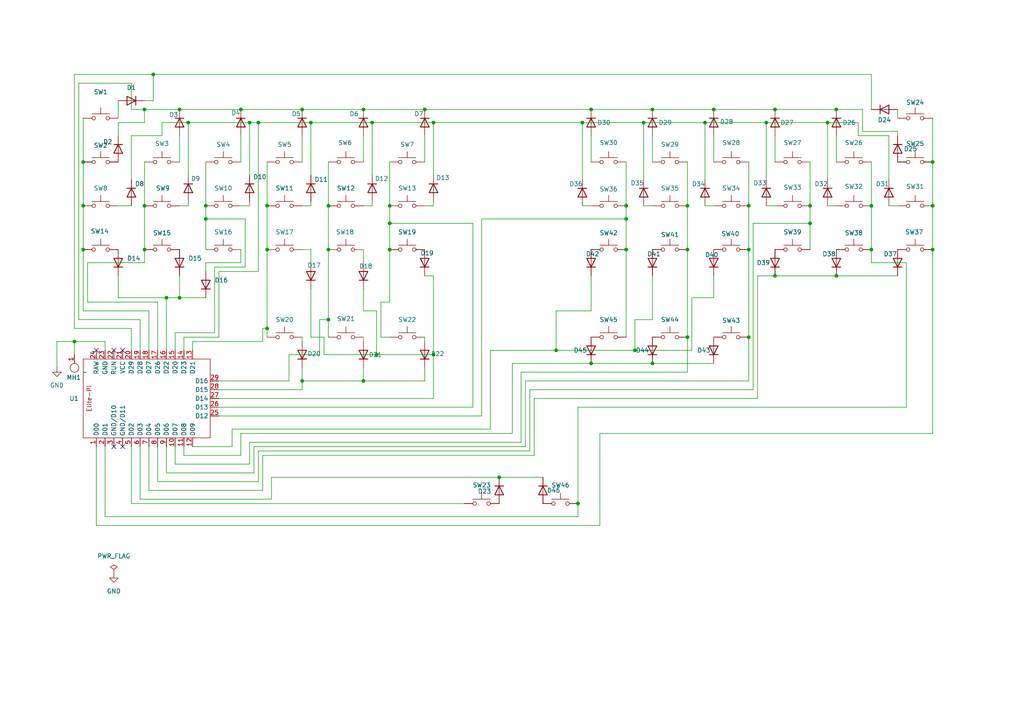
<source format=kicad_sch>
(kicad_sch (version 20231120) (generator "eeschema") (generator_version "8.0")
  (paper "A4")
  (lib_symbols
    (symbol "monolith:Diode" (pin_numbers hide) (pin_names hide)
      (property "Reference" "D" (at 0 2.54 0))
      (property "Value" "Diode" (at 0 -2.54 0))
      (symbol "Diode_0_1"
        (polyline (pts (xy -1.27 1.27) (xy -1.27 -1.27)) (stroke (width 0.254)))
        (polyline (pts (xy 1.27 0) (xy -1.27 0)))
        (polyline (pts (xy 1.27 1.27) (xy 1.27 -1.27) (xy -1.27 0) (xy 1.27 1.27)) (stroke (width 0.254)))
      )
      (symbol "Diode_1_1"
        (pin passive line (at -3.81 0 0) (length 2.54) (name "K") (number "1"))
        (pin passive line (at 3.81 0 180) (length 2.54) (name "A") (number "2"))
      )
    )
    (symbol "monolith:Elite-Pi"
      (property "Reference" "U" (at 0 0 0))
      (symbol "Elite-Pi_1_1"
        (text_box "Elite-Pi" (at -11.43 -2.54 0) (size 22.86 -36.83) (effects (font (size 1.27 1.27)) (justify top)))
        (pin bidirectional line (at -13.97 -6.35 0) (length 2.54) (name "D00") (number "1"))
        (pin bidirectional line (at -13.97 -29.21 0) (length 2.54) (name "D07") (number "10"))
        (pin bidirectional line (at -13.97 -31.75 0) (length 2.54) (name "D08") (number "11"))
        (pin bidirectional line (at -13.97 -34.29 0) (length 2.54) (name "D09") (number "12"))
        (pin bidirectional line (at 13.97 -34.29 180) (length 2.54) (name "D21") (number "13"))
        (pin bidirectional line (at 13.97 -31.75 180) (length 2.54) (name "D23") (number "14"))
        (pin bidirectional line (at 13.97 -29.21 180) (length 2.54) (name "D20") (number "15"))
        (pin bidirectional line (at 13.97 -26.67 180) (length 2.54) (name "D22") (number "16"))
        (pin bidirectional line (at 13.97 -24.13 180) (length 2.54) (name "D26") (number "17"))
        (pin bidirectional line (at 13.97 -21.59 180) (length 2.54) (name "D27") (number "18"))
        (pin bidirectional line (at 13.97 -19.05 180) (length 2.54) (name "D28") (number "19"))
        (pin bidirectional line (at -13.97 -8.89 0) (length 2.54) (name "D01") (number "2"))
        (pin bidirectional line (at 13.97 -16.51 180) (length 2.54) (name "D29") (number "20"))
        (pin power_out line (at 13.97 -13.97 180) (length 2.54) (name "VCC") (number "21"))
        (pin power_in line (at 13.97 -11.43 180) (length 2.54) (name "RUN") (number "22"))
        (pin power_in line (at 13.97 -8.89 180) (length 2.54) (name "GND") (number "23"))
        (pin bidirectional line (at 13.97 -6.35 180) (length 2.54) (name "RAW") (number "24"))
        (pin bidirectional line (at -5.08 -41.91 90) (length 2.54) (name "D12") (number "25"))
        (pin bidirectional line (at -2.54 -41.91 90) (length 2.54) (name "D13") (number "26"))
        (pin bidirectional line (at 0 -41.91 90) (length 2.54) (name "D14") (number "27"))
        (pin bidirectional line (at 2.54 -41.91 90) (length 2.54) (name "D15") (number "28"))
        (pin bidirectional line (at 5.08 -41.91 90) (length 2.54) (name "D16") (number "29"))
        (pin bidirectional line (at -13.97 -11.43 0) (length 2.54) (name "GND/D10") (number "3"))
        (pin bidirectional line (at -13.97 -13.97 0) (length 2.54) (name "GND/D11") (number "4"))
        (pin bidirectional line (at -13.97 -16.51 0) (length 2.54) (name "D02") (number "5"))
        (pin bidirectional line (at -13.97 -19.05 0) (length 2.54) (name "D03") (number "6"))
        (pin bidirectional line (at -13.97 -21.59 0) (length 2.54) (name "D04") (number "7"))
        (pin bidirectional line (at -13.97 -24.13 0) (length 2.54) (name "D05") (number "8"))
        (pin bidirectional line (at -13.97 -26.67 0) (length 2.54) (name "D06") (number "9"))
      )
    )
    (symbol "monolith:MX-ULP" (pin_numbers hide) (pin_names (offset 1.016) hide)
      (property "Reference" "SW" (at 1.27 2.54 0))
      (property "Value" "MX-ULP" (at 0 -1.524 0))
      (symbol "MX-ULP_0_1"
        (circle (center -2.032 0) (radius 0.508))
        (polyline (pts (xy 0 1.27) (xy 0 3.048)))
        (polyline (pts (xy 2.54 1.27) (xy -2.54 1.27)))
        (circle (center 2.032 0) (radius 0.508))
        (pin passive line (at -5.08 0 0) (length 2.54) (name "1") (number "1"))
        (pin passive line (at 5.08 0 180) (length 2.54) (name "2") (number "2"))
      )
    )
    (symbol "monolith:MountHole"
      (property "Reference" "MH" (at 0 0 0))
      (symbol "MountHole_0_1"
        (circle (center 0 0) (radius 1.27))
      )
      (symbol "MountHole_1_1"
        (pin power_in line (at 0 3.81 270) (length 2.54) (name "") (number "1"))
      )
    )
    (symbol "power:GND" (power) (pin_numbers hide) (pin_names (offset 0) hide)
      (property "Value" "GND" (at 0 -3.81 0))
      (symbol "GND_0_1"
        (polyline (pts (xy 0 0) (xy 0 -1.27) (xy 1.27 -1.27) (xy 0 -2.54) (xy -1.27 -1.27) (xy 0 -1.27)))
      )
      (symbol "GND_1_1"
        (pin power_in line (at 0 0 270) (length 0) (name "~") (number "1"))
      )
    )
    (symbol "power:PWR_FLAG" (power) (pin_numbers hide) (pin_names (offset 0) hide)
      (property "Value" "PWR_FLAG" (at 0 3.81 0))
      (symbol "PWR_FLAG_0_0"
        (pin power_out line (at 0 0 90) (length 0) (name "~") (number "1"))
      )
      (symbol "PWR_FLAG_0_1"
        (polyline (pts (xy 0 0) (xy 0 1.27) (xy -1.016 1.905) (xy 0 2.54) (xy 1.016 1.905) (xy 0 1.27)))
      )
    )
  )
  (junction (at 77.47 72.39))
  (junction (at 144.78 138.43))
  (junction (at 242.57 31.75))
  (junction (at 123.19 31.75))
  (junction (at 77.47 59.69))
  (junction (at 204.47 35.56))
  (junction (at 54.61 35.56))
  (junction (at 199.39 72.39))
  (junction (at 59.69 63.5))
  (junction (at 41.91 31.75))
  (junction (at 113.03 59.69))
  (junction (at 95.25 72.39))
  (junction (at 87.63 110.49))
  (junction (at 224.79 80.01))
  (junction (at 240.03 35.56))
  (junction (at 217.17 97.79))
  (junction (at 252.73 72.39))
  (junction (at 105.41 31.75))
  (junction (at 69.85 31.75))
  (junction (at 41.91 72.39))
  (junction (at 167.64 146.05))
  (junction (at 234.95 64.77))
  (junction (at 270.51 72.39))
  (junction (at 95.25 92.71))
  (junction (at 109.22 102.87))
  (junction (at 207.01 31.75))
  (junction (at 168.91 35.56))
  (junction (at 217.17 72.39))
  (junction (at 24.13 72.39))
  (junction (at 125.73 35.56))
  (junction (at 113.03 72.39))
  (junction (at 52.07 86.36))
  (junction (at 48.26 86.36))
  (junction (at 95.25 59.69))
  (junction (at 105.41 110.49))
  (junction (at 77.47 95.25))
  (junction (at 189.23 31.75))
  (junction (at 41.91 59.69))
  (junction (at 21.59 99.06))
  (junction (at 74.93 35.56))
  (junction (at 234.95 59.69))
  (junction (at 113.03 64.77))
  (junction (at 24.13 46.99))
  (junction (at 222.25 35.56))
  (junction (at 181.61 59.69))
  (junction (at 171.45 31.75))
  (junction (at 270.51 59.69))
  (junction (at 186.69 35.56))
  (junction (at 199.39 97.79))
  (junction (at 270.51 46.99))
  (junction (at 59.69 59.69))
  (junction (at 217.17 59.69))
  (junction (at 125.73 102.87))
  (junction (at 24.13 59.69))
  (junction (at 224.79 31.75))
  (junction (at 199.39 59.69))
  (junction (at 90.17 35.56))
  (junction (at 171.45 105.41))
  (junction (at 52.07 31.75))
  (junction (at 44.45 21.59))
  (junction (at 161.29 101.6))
  (junction (at 184.15 101.6))
  (junction (at 181.61 63.5))
  (junction (at 107.95 35.56))
  (junction (at 189.23 105.41))
  (junction (at 242.57 80.01))
  (junction (at 252.73 59.69))
  (junction (at 87.63 31.75))
  (junction (at 181.61 72.39))
  (junction (at 72.39 35.56))
  (no_connect (at 35.56 101.6))
  (no_connect (at 33.02 101.6))
  (no_connect (at 33.02 129.54))
  (no_connect (at 35.56 129.54))
  (no_connect (at 27.94 101.6))
  (wire (pts (xy 43.18 142.24) (xy 43.18 129.54)))
  (wire (pts (xy 219.71 115.57) (xy 219.71 80.01)))
  (wire (pts (xy 69.85 125.73) (xy 69.85 132.08)))
  (wire (pts (xy 95.25 92.71) (xy 95.25 97.79)))
  (wire (pts (xy 54.61 59.69) (xy 52.07 59.69)))
  (wire (pts (xy 171.45 31.75) (xy 189.23 31.75)))
  (wire (pts (xy 22.86 24.13) (xy 22.86 92.71)))
  (wire (pts (xy 173.99 125.73) (xy 173.99 152.4)))
  (wire (pts (xy 262.89 76.2) (xy 252.73 76.2)))
  (wire (pts (xy 38.1 59.69) (xy 34.29 59.69)))
  (wire (pts (xy 207.01 39.37) (xy 207.01 46.99)))
  (wire (pts (xy 189.23 80.01) (xy 189.23 92.71)))
  (wire (pts (xy 30.48 101.6) (xy 30.48 99.06)))
  (wire (pts (xy 260.35 38.1) (xy 250.19 38.1)))
  (wire (pts (xy 50.8 96.52) (xy 50.8 101.6)))
  (wire (pts (xy 125.73 35.56) (xy 125.73 50.8)))
  (wire (pts (xy 90.17 83.82) (xy 90.17 97.79)))
  (wire (pts (xy 55.88 129.54) (xy 67.31 129.54)))
  (wire (pts (xy 242.57 39.37) (xy 242.57 46.99)))
  (wire (pts (xy 123.19 106.68) (xy 123.19 110.49)))
  (wire (pts (xy 78.74 144.78) (xy 40.64 144.78)))
  (wire (pts (xy 148.59 105.41) (xy 148.59 125.73)))
  (wire (pts (xy 72.39 134.62) (xy 72.39 128.27)))
  (wire (pts (xy 95.25 72.39) (xy 95.25 92.71)))
  (wire (pts (xy 87.63 106.68) (xy 87.63 110.49)))
  (wire (pts (xy 224.79 80.01) (xy 242.57 80.01)))
  (wire (pts (xy 34.29 35.56) (xy 34.29 39.37)))
  (wire (pts (xy 252.73 59.69) (xy 252.73 72.39)))
  (wire (pts (xy 74.93 130.81) (xy 74.93 139.7)))
  (wire (pts (xy 199.39 59.69) (xy 199.39 72.39)))
  (wire (pts (xy 93.98 97.79) (xy 93.98 102.87)))
  (wire (pts (xy 154.94 115.57) (xy 154.94 132.08)))
  (wire (pts (xy 53.34 132.08) (xy 53.34 129.54)))
  (wire (pts (xy 24.13 59.69) (xy 24.13 72.39)))
  (wire (pts (xy 95.25 59.69) (xy 95.25 72.39)))
  (wire (pts (xy 72.39 59.69) (xy 69.85 59.69)))
  (wire (pts (xy 181.61 63.5) (xy 181.61 72.39)))
  (wire (pts (xy 113.03 87.63) (xy 110.49 87.63)))
  (wire (pts (xy 21.59 99.06) (xy 21.59 102.87)))
  (wire (pts (xy 151.13 107.95) (xy 199.39 107.95)))
  (wire (pts (xy 63.5 78.74) (xy 74.93 78.74)))
  (wire (pts (xy 107.95 35.56) (xy 107.95 50.8)))
  (wire (pts (xy 270.51 72.39) (xy 270.51 125.73)))
  (wire (pts (xy 87.63 97.79) (xy 87.63 99.06)))
  (wire (pts (xy 139.7 63.5) (xy 139.7 120.65)))
  (wire (pts (xy 207.01 86.36) (xy 207.01 80.01)))
  (wire (pts (xy 222.25 35.56) (xy 240.03 35.56)))
  (wire (pts (xy 260.35 31.75) (xy 260.35 34.29)))
  (wire (pts (xy 125.73 80.01) (xy 125.73 102.87)))
  (wire (pts (xy 168.91 35.56) (xy 186.69 35.56)))
  (wire (pts (xy 55.88 99.06) (xy 76.2 99.06)))
  (wire (pts (xy 151.13 107.95) (xy 151.13 128.27)))
  (wire (pts (xy 105.41 39.37) (xy 105.41 46.99)))
  (wire (pts (xy 38.1 52.07) (xy 38.1 39.37)))
  (wire (pts (xy 69.85 76.2) (xy 59.69 76.2)))
  (wire (pts (xy 234.95 46.99) (xy 234.95 59.69)))
  (wire (pts (xy 217.17 72.39) (xy 217.17 97.79)))
  (wire (pts (xy 38.1 39.37) (xy 46.99 39.37)))
  (wire (pts (xy 73.66 137.16) (xy 48.26 137.16)))
  (wire (pts (xy 142.24 101.6) (xy 161.29 101.6)))
  (wire (pts (xy 25.4 87.63) (xy 25.4 76.2)))
  (wire (pts (xy 144.78 138.43) (xy 78.74 138.43)))
  (wire (pts (xy 154.94 115.57) (xy 219.71 115.57)))
  (wire (pts (xy 219.71 80.01) (xy 224.79 80.01)))
  (wire (pts (xy 189.23 39.37) (xy 189.23 46.99)))
  (wire (pts (xy 234.95 59.69) (xy 234.95 64.77)))
  (wire (pts (xy 38.1 95.25) (xy 21.59 95.25)))
  (wire (pts (xy 252.73 46.99) (xy 252.73 59.69)))
  (wire (pts (xy 87.63 113.03) (xy 87.63 110.49)))
  (wire (pts (xy 105.41 110.49) (xy 123.19 110.49)))
  (wire (pts (xy 59.69 59.69) (xy 59.69 63.5)))
  (wire (pts (xy 76.2 142.24) (xy 43.18 142.24)))
  (wire (pts (xy 38.1 146.05) (xy 134.62 146.05)))
  (wire (pts (xy 62.23 96.52) (xy 62.23 77.47)))
  (wire (pts (xy 63.5 113.03) (xy 87.63 113.03)))
  (wire (pts (xy 63.5 110.49) (xy 83.82 110.49)))
  (wire (pts (xy 105.41 106.68) (xy 105.41 110.49)))
  (wire (pts (xy 74.93 139.7) (xy 45.72 139.7)))
  (wire (pts (xy 153.67 113.03) (xy 218.44 113.03)))
  (wire (pts (xy 59.69 63.5) (xy 59.69 72.39)))
  (wire (pts (xy 171.45 39.37) (xy 171.45 46.99)))
  (wire (pts (xy 189.23 92.71) (xy 184.15 92.71)))
  (wire (pts (xy 217.17 59.69) (xy 217.17 72.39)))
  (wire (pts (xy 45.72 101.6) (xy 45.72 87.63)))
  (wire (pts (xy 181.61 46.99) (xy 181.61 59.69)))
  (wire (pts (xy 77.47 72.39) (xy 77.47 95.25)))
  (wire (pts (xy 110.49 87.63) (xy 110.49 97.79)))
  (wire (pts (xy 125.73 102.87) (xy 125.73 115.57)))
  (wire (pts (xy 262.89 118.11) (xy 262.89 76.2)))
  (wire (pts (xy 76.2 132.08) (xy 76.2 142.24)))
  (wire (pts (xy 90.17 59.69) (xy 90.17 58.42)))
  (wire (pts (xy 53.34 97.79) (xy 63.5 97.79)))
  (wire (pts (xy 257.81 39.37) (xy 248.92 39.37)))
  (wire (pts (xy 16.51 99.06) (xy 16.51 106.68)))
  (wire (pts (xy 34.29 86.36) (xy 48.26 86.36)))
  (wire (pts (xy 63.5 115.57) (xy 125.73 115.57)))
  (wire (pts (xy 123.19 80.01) (xy 125.73 80.01)))
  (wire (pts (xy 153.67 130.81) (xy 74.93 130.81)))
  (wire (pts (xy 73.66 129.54) (xy 73.66 137.16)))
  (wire (pts (xy 199.39 46.99) (xy 199.39 59.69)))
  (wire (pts (xy 186.69 59.69) (xy 189.23 59.69)))
  (wire (pts (xy 199.39 72.39) (xy 199.39 97.79)))
  (wire (pts (xy 52.07 31.75) (xy 69.85 31.75)))
  (wire (pts (xy 74.93 78.74) (xy 74.93 35.56)))
  (wire (pts (xy 45.72 87.63) (xy 25.4 87.63)))
  (wire (pts (xy 113.03 64.77) (xy 113.03 72.39)))
  (wire (pts (xy 270.51 59.69) (xy 270.51 72.39)))
  (wire (pts (xy 72.39 35.56) (xy 74.93 35.56)))
  (wire (pts (xy 43.18 101.6) (xy 43.18 90.17)))
  (wire (pts (xy 41.91 31.75) (xy 52.07 31.75)))
  (wire (pts (xy 24.13 34.29) (xy 24.13 46.99)))
  (wire (pts (xy 157.48 138.43) (xy 144.78 138.43)))
  (wire (pts (xy 240.03 35.56) (xy 248.92 35.56)))
  (wire (pts (xy 63.5 118.11) (xy 137.16 118.11)))
  (wire (pts (xy 53.34 97.79) (xy 53.34 101.6)))
  (wire (pts (xy 148.59 125.73) (xy 69.85 125.73)))
  (wire (pts (xy 92.71 92.71) (xy 95.25 92.71)))
  (wire (pts (xy 67.31 129.54) (xy 67.31 124.46)))
  (wire (pts (xy 200.66 101.6) (xy 200.66 86.36)))
  (wire (pts (xy 71.12 77.47) (xy 71.12 63.5)))
  (wire (pts (xy 171.45 90.17) (xy 171.45 80.01)))
  (wire (pts (xy 87.63 72.39) (xy 90.17 72.39)))
  (wire (pts (xy 152.4 110.49) (xy 152.4 129.54)))
  (wire (pts (xy 74.93 35.56) (xy 90.17 35.56)))
  (wire (pts (xy 123.19 31.75) (xy 171.45 31.75)))
  (wire (pts (xy 24.13 90.17) (xy 43.18 90.17)))
  (wire (pts (xy 83.82 110.49) (xy 83.82 102.87)))
  (wire (pts (xy 262.89 118.11) (xy 167.64 118.11)))
  (wire (pts (xy 107.95 35.56) (xy 125.73 35.56)))
  (wire (pts (xy 52.07 86.36) (xy 59.69 86.36)))
  (wire (pts (xy 27.94 129.54) (xy 27.94 152.4)))
  (wire (pts (xy 168.91 35.56) (xy 168.91 52.07)))
  (wire (pts (xy 250.19 38.1) (xy 250.19 31.75)))
  (wire (pts (xy 90.17 35.56) (xy 107.95 35.56)))
  (wire (pts (xy 186.69 35.56) (xy 186.69 52.07)))
  (wire (pts (xy 105.41 31.75) (xy 123.19 31.75)))
  (wire (pts (xy 109.22 102.87) (xy 125.73 102.87)))
  (wire (pts (xy 50.8 129.54) (xy 50.8 134.62)))
  (wire (pts (xy 46.99 35.56) (xy 54.61 35.56)))
  (wire (pts (xy 204.47 35.56) (xy 222.25 35.56)))
  (wire (pts (xy 107.95 59.69) (xy 105.41 59.69)))
  (wire (pts (xy 30.48 149.86) (xy 167.64 149.86)))
  (wire (pts (xy 90.17 59.69) (xy 87.63 59.69)))
  (wire (pts (xy 62.23 77.47) (xy 71.12 77.47)))
  (wire (pts (xy 248.92 39.37) (xy 248.92 35.56)))
  (wire (pts (xy 90.17 35.56) (xy 90.17 50.8)))
  (wire (pts (xy 54.61 35.56) (xy 72.39 35.56)))
  (wire (pts (xy 95.25 59.69) (xy 95.25 46.99)))
  (wire (pts (xy 218.44 64.77) (xy 218.44 113.03)))
  (wire (pts (xy 83.82 102.87) (xy 92.71 102.87)))
  (wire (pts (xy 21.59 99.06) (xy 30.48 99.06)))
  (wire (pts (xy 154.94 132.08) (xy 76.2 132.08)))
  (wire (pts (xy 41.91 29.21) (xy 44.45 29.21)))
  (wire (pts (xy 63.5 97.79) (xy 63.5 78.74)))
  (wire (pts (xy 41.91 35.56) (xy 41.91 31.75)))
  (wire (pts (xy 234.95 64.77) (xy 234.95 72.39)))
  (wire (pts (xy 184.15 92.71) (xy 184.15 101.6)))
  (wire (pts (xy 24.13 46.99) (xy 24.13 59.69)))
  (wire (pts (xy 113.03 46.99) (xy 113.03 59.69)))
  (wire (pts (xy 189.23 31.75) (xy 207.01 31.75)))
  (wire (pts (xy 105.41 76.2) (xy 105.41 72.39)))
  (wire (pts (xy 224.79 39.37) (xy 224.79 46.99)))
  (wire (pts (xy 59.69 59.69) (xy 59.69 46.99)))
  (wire (pts (xy 41.91 76.2) (xy 41.91 72.39)))
  (wire (pts (xy 107.95 59.69) (xy 107.95 58.42)))
  (wire (pts (xy 50.8 134.62) (xy 72.39 134.62)))
  (wire (pts (xy 234.95 64.77) (xy 218.44 64.77)))
  (wire (pts (xy 257.81 39.37) (xy 257.81 52.07)))
  (wire (pts (xy 181.61 72.39) (xy 181.61 97.79)))
  (wire (pts (xy 184.15 101.6) (xy 200.66 101.6)))
  (wire (pts (xy 90.17 97.79) (xy 93.98 97.79)))
  (wire (pts (xy 40.64 144.78) (xy 40.64 129.54)))
  (wire (pts (xy 186.69 35.56) (xy 204.47 35.56)))
  (wire (pts (xy 21.59 21.59) (xy 44.45 21.59)))
  (wire (pts (xy 204.47 35.56) (xy 204.47 52.07)))
  (wire (pts (xy 168.91 59.69) (xy 171.45 59.69)))
  (wire (pts (xy 30.48 149.86) (xy 30.48 129.54)))
  (wire (pts (xy 87.63 31.75) (xy 105.41 31.75)))
  (wire (pts (xy 173.99 125.73) (xy 270.51 125.73)))
  (wire (pts (xy 152.4 110.49) (xy 217.17 110.49)))
  (wire (pts (xy 38.1 24.13) (xy 38.1 31.75)))
  (wire (pts (xy 44.45 21.59) (xy 44.45 29.21)))
  (wire (pts (xy 161.29 101.6) (xy 184.15 101.6)))
  (wire (pts (xy 62.23 96.52) (xy 50.8 96.52)))
  (wire (pts (xy 109.22 90.17) (xy 109.22 102.87)))
  (wire (pts (xy 217.17 97.79) (xy 217.17 110.49)))
  (wire (pts (xy 25.4 76.2) (xy 41.91 76.2)))
  (wire (pts (xy 240.03 59.69) (xy 242.57 59.69)))
  (wire (pts (xy 224.79 31.75) (xy 242.57 31.75)))
  (wire (pts (xy 22.86 24.13) (xy 38.1 24.13)))
  (wire (pts (xy 38.1 31.75) (xy 41.91 31.75)))
  (wire (pts (xy 67.31 124.46) (xy 142.24 124.46)))
  (wire (pts (xy 242.57 31.75) (xy 250.19 31.75)))
  (wire (pts (xy 123.19 97.79) (xy 123.19 99.06)))
  (wire (pts (xy 113.03 59.69) (xy 113.03 64.77)))
  (wire (pts (xy 217.17 46.99) (xy 217.17 59.69)))
  (wire (pts (xy 125.73 59.69) (xy 123.19 59.69)))
  (wire (pts (xy 200.66 86.36) (xy 207.01 86.36)))
  (wire (pts (xy 21.59 99.06) (xy 16.51 99.06)))
  (wire (pts (xy 257.81 59.69) (xy 260.35 59.69)))
  (wire (pts (xy 207.01 59.69) (xy 204.47 59.69)))
  (wire (pts (xy 270.51 34.29) (xy 270.51 46.99)))
  (wire (pts (xy 252.73 72.39) (xy 252.73 76.2)))
  (wire (pts (xy 54.61 35.56) (xy 54.61 50.8)))
  (wire (pts (xy 40.64 92.71) (xy 22.86 92.71)))
  (wire (pts (xy 69.85 31.75) (xy 87.63 31.75)))
  (wire (pts (xy 105.41 83.82) (xy 105.41 90.17)))
  (wire (pts (xy 199.39 107.95) (xy 199.39 97.79)))
  (wire (pts (xy 71.12 63.5) (xy 59.69 63.5)))
  (wire (pts (xy 167.64 118.11) (xy 167.64 146.05)))
  (wire (pts (xy 77.47 95.25) (xy 77.47 97.79)))
  (wire (pts (xy 152.4 129.54) (xy 73.66 129.54)))
  (wire (pts (xy 240.03 35.56) (xy 240.03 52.07)))
  (wire (pts (xy 40.64 101.6) (xy 40.64 92.71)))
  (wire (pts (xy 113.03 97.79) (xy 110.49 97.79)))
  (wire (pts (xy 153.67 113.03) (xy 153.67 130.81)))
  (wire (pts (xy 148.59 105.41) (xy 171.45 105.41)))
  (wire (pts (xy 242.57 80.01) (xy 260.35 80.01)))
  (wire (pts (xy 69.85 72.39) (xy 69.85 76.2)))
  (wire (pts (xy 48.26 86.36) (xy 48.26 101.6)))
  (wire (pts (xy 161.29 90.17) (xy 171.45 90.17)))
  (wire (pts (xy 87.63 110.49) (xy 105.41 110.49)))
  (wire (pts (xy 52.07 39.37) (xy 52.07 46.99)))
  (wire (pts (xy 113.03 72.39) (xy 113.03 87.63)))
  (wire (pts (xy 34.29 80.01) (xy 34.29 86.36)))
  (wire (pts (xy 137.16 64.77) (xy 113.03 64.77)))
  (wire (pts (xy 139.7 63.5) (xy 181.61 63.5)))
  (wire (pts (xy 69.85 132.08) (xy 53.34 132.08)))
  (wire (pts (xy 252.73 21.59) (xy 44.45 21.59)))
  (wire (pts (xy 54.61 59.69) (xy 54.61 58.42)))
  (wire (pts (xy 78.74 138.43) (xy 78.74 144.78)))
  (wire (pts (xy 171.45 105.41) (xy 189.23 105.41)))
  (wire (pts (xy 41.91 59.69) (xy 41.91 72.39)))
  (wire (pts (xy 105.41 90.17) (xy 109.22 90.17)))
  (wire (pts (xy 72.39 58.42) (xy 72.39 59.69)))
  (wire (pts (xy 137.16 118.11) (xy 137.16 64.77)))
  (wire (pts (xy 142.24 101.6) (xy 142.24 124.46)))
  (wire (pts (xy 27.94 152.4) (xy 173.99 152.4)))
  (wire (pts (xy 55.88 101.6) (xy 55.88 99.06)))
  (wire (pts (xy 76.2 95.25) (xy 77.47 95.25)))
  (wire (pts (xy 63.5 120.65) (xy 139.7 120.65)))
  (wire (pts (xy 41.91 46.99) (xy 41.91 59.69)))
  (wire (pts (xy 59.69 76.2) (xy 59.69 78.74)))
  (wire (pts (xy 270.51 46.99) (xy 270.51 59.69)))
  (wire (pts (xy 77.47 72.39) (xy 77.47 59.69)))
  (wire (pts (xy 181.61 59.69) (xy 181.61 63.5)))
  (wire (pts (xy 76.2 99.06) (xy 76.2 95.25)))
  (wire (pts (xy 161.29 101.6) (xy 161.29 90.17)))
  (wire (pts (xy 72.39 128.27) (xy 151.13 128.27)))
  (wire (pts (xy 87.63 39.37) (xy 87.63 46.99)))
  (wire (pts (xy 48.26 129.54) (xy 48.26 137.16)))
  (wire (pts (xy 125.73 58.42) (xy 125.73 59.69)))
  (wire (pts (xy 69.85 39.37) (xy 69.85 46.99)))
  (wire (pts (xy 46.99 39.37) (xy 46.99 35.56)))
  (wire (pts (xy 189.23 105.41) (xy 207.01 105.41)))
  (wire (pts (xy 207.01 31.75) (xy 224.79 31.75)))
  (wire (pts (xy 90.17 72.39) (xy 90.17 76.2)))
  (wire (pts (xy 52.07 80.01) (xy 52.07 86.36)))
  (wire (pts (xy 125.73 35.56) (xy 168.91 35.56)))
  (wire (pts (xy 34.29 29.21) (xy 34.29 34.29)))
  (wire (pts (xy 21.59 21.59) (xy 21.59 95.25)))
  (wire (pts (xy 222.25 59.69) (xy 224.79 59.69)))
  (wire (pts (xy 167.64 149.86) (xy 167.64 146.05)))
  (wire (pts (xy 48.26 86.36) (xy 52.07 86.36)))
  (wire (pts (xy 38.1 101.6) (xy 38.1 95.25)))
  (wire (pts (xy 77.47 59.69) (xy 77.47 46.99)))
  (wire (pts (xy 123.19 39.37) (xy 123.19 46.99)))
  (wire (pts (xy 252.73 31.75) (xy 252.73 21.59)))
  (wire (pts (xy 222.25 35.56) (xy 222.25 52.07)))
  (wire (pts (xy 105.41 97.79) (xy 105.41 99.06)))
  (wire (pts (xy 93.98 102.87) (xy 109.22 102.87)))
  (wire (pts (xy 260.35 38.1) (xy 260.35 39.37)))
  (wire (pts (xy 34.29 35.56) (xy 41.91 35.56)))
  (wire (pts (xy 72.39 35.56) (xy 72.39 50.8)))
  (wire (pts (xy 45.72 129.54) (xy 45.72 139.7)))
  (wire (pts (xy 92.71 102.87) (xy 92.71 92.71)))
  (wire (pts (xy 24.13 90.17) (xy 24.13 72.39)))
  (wire (pts (xy 38.1 129.54) (xy 38.1 146.05)))
  (symbol (lib_id "monolith:MX-ULP") (at 162.56 146.05 0) (unit 1)
    (property "Reference" "SW46" (at 162.56 140.716 0))
    (property "Value" "MX-ULP" (effects (hide yes)))
    (property "Footprint" "monolith:Cherry-MX-ULP-SMD-wide" (effects (hide yes)))
  )
  (symbol (lib_id "power:GND") (at 33.02 166.37 0) (unit 1)
    (property "Reference" "#PWR02" (effects (hide yes)))
    (property "Value" "GND" (at 33.02 171.45 0))
    (property "Description" "Power monolith creates a global label with name \"GND\" , ground" (effects (hide yes)))
  )
  (symbol (lib_id "monolith:Diode") (at 90.17 80.01 90) (unit 1)
    (property "Reference" "D17" (at 89.154 76.962 90) (effects (justify right)))
    (property "Value" "Diode" (effects (hide yes)))
    (property "Footprint" "monolith:1N4148W" (effects (hide yes)))
  )
  (symbol (lib_id "monolith:Diode") (at 224.79 35.56 270) (unit 1)
    (property "Reference" "D27" (at 226.314 35.56 90) (effects (justify left)))
    (property "Value" "Diode" (effects (hide yes)))
    (property "Footprint" "monolith:1N4148W" (effects (hide yes)))
  )
  (symbol (lib_id "monolith:Diode") (at 189.23 35.56 270) (unit 1)
    (property "Reference" "D29" (at 191.008 35.56 90) (effects (justify left)))
    (property "Value" "Diode" (effects (hide yes)))
    (property "Footprint" "monolith:1N4148W" (effects (hide yes)))
  )
  (symbol (lib_id "monolith:MX-ULP") (at 82.55 59.69 0) (unit 1)
    (property "Reference" "SW11" (at 82.55 54.61 0))
    (property "Value" "MX-ULP" (effects (hide yes)))
    (property "Footprint" "monolith:Cherry-MX-ULP-SMD" (effects (hide yes)))
  )
  (symbol (lib_id "monolith:Diode") (at 107.95 54.61 270) (unit 1)
    (property "Reference" "D12" (at 108.712 51.816 90) (effects (justify left)))
    (property "Value" "Diode" (effects (hide yes)))
    (property "Footprint" "monolith:1N4148W" (effects (hide yes)))
  )
  (symbol (lib_id "monolith:MX-ULP") (at 176.53 72.39 0) (unit 1)
    (property "Reference" "SW42" (at 176.53 67.564 0))
    (property "Value" "MX-ULP" (effects (hide yes)))
    (property "Footprint" "monolith:Cherry-MX-ULP-SMD" (effects (hide yes)))
  )
  (symbol (lib_id "power:GND") (at 16.51 106.68 0) (unit 1)
    (property "Reference" "#PWR01" (effects (hide yes)))
    (property "Value" "GND" (at 16.51 111.76 0))
    (property "Description" "Power monolith creates a global label with name \"GND\" , ground" (effects (hide yes)))
  )
  (symbol (lib_id "monolith:MX-ULP") (at 194.31 97.79 0) (unit 1)
    (property "Reference" "SW44" (at 194.31 92.71 0))
    (property "Value" "MX-ULP" (effects (hide yes)))
    (property "Footprint" "monolith:Cherry-MX-ULP-SMD" (effects (hide yes)))
  )
  (symbol (lib_id "monolith:MX-ULP") (at 139.7 146.05 0) (unit 1)
    (property "Reference" "SW23" (at 139.7 140.716 0))
    (property "Value" "MX-ULP" (effects (hide yes)))
    (property "Footprint" "monolith:Cherry-MX-ULP-SMD-wide" (effects (hide yes)))
  )
  (symbol (lib_id "monolith:MX-ULP") (at 64.77 59.69 0) (unit 1)
    (property "Reference" "SW10" (at 64.77 54.61 0))
    (property "Value" "MX-ULP" (effects (hide yes)))
    (property "Footprint" "monolith:Cherry-MX-ULP-SMD" (effects (hide yes)))
  )
  (symbol (lib_id "monolith:MX-ULP") (at 265.43 72.39 0) (unit 1)
    (property "Reference" "SW37" (at 265.176 67.31 0))
    (property "Value" "MX-ULP" (effects (hide yes)))
    (property "Footprint" "monolith:Cherry-MX-ULP-SMD" (effects (hide yes)))
  )
  (symbol (lib_id "monolith:Diode") (at 222.25 55.88 270) (unit 1)
    (property "Reference" "D33" (at 218.44 53.086 90) (effects (justify left)))
    (property "Value" "Diode" (effects (hide yes)))
    (property "Footprint" "monolith:1N4148W" (effects (hide yes)))
  )
  (symbol (lib_id "monolith:MX-ULP") (at 100.33 46.99 0) (unit 1)
    (property "Reference" "SW6" (at 100.076 41.402 0))
    (property "Value" "MX-ULP" (effects (hide yes)))
    (property "Footprint" "monolith:Cherry-MX-ULP-SMD" (effects (hide yes)))
  )
  (symbol (lib_id "monolith:MX-ULP") (at 29.21 34.29 0) (unit 1)
    (property "Reference" "SW1" (at 29.21 26.67 0))
    (property "Value" "MX-ULP" (effects (hide yes)))
    (property "Footprint" "monolith:Cherry-MX-ULP-SMD-wide" (effects (hide yes)))
  )
  (symbol (lib_id "monolith:Diode") (at 123.19 35.56 270) (unit 1)
    (property "Reference" "D7" (at 120.142 33.02 90) (effects (justify left)))
    (property "Value" "Diode" (effects (hide yes)))
    (property "Footprint" "monolith:1N4148W" (effects (hide yes)))
  )
  (symbol (lib_id "monolith:Diode") (at 207.01 76.2 90) (unit 1)
    (property "Reference" "D40" (at 204.47 73.914 90) (effects (justify right)))
    (property "Value" "Diode" (effects (hide yes)))
    (property "Footprint" "monolith:1N4148W" (effects (hide yes)))
  )
  (symbol (lib_id "monolith:MX-ULP") (at 229.87 46.99 0) (unit 1)
    (property "Reference" "SW27" (at 229.87 41.402 0))
    (property "Value" "MX-ULP" (effects (hide yes)))
    (property "Footprint" "monolith:Cherry-MX-ULP-SMD" (effects (hide yes)))
  )
  (symbol (lib_id "monolith:Diode") (at 257.81 55.88 270) (unit 1)
    (property "Reference" "D31" (at 254 53.34 90) (effects (justify left)))
    (property "Value" "Diode" (effects (hide yes)))
    (property "Footprint" "monolith:1N4148W" (effects (hide yes)))
  )
  (symbol (lib_id "monolith:Diode") (at 168.91 55.88 270) (unit 1)
    (property "Reference" "D36" (at 165.1 53.34 90) (effects (justify left)))
    (property "Value" "Diode" (effects (hide yes)))
    (property "Footprint" "monolith:1N4148W" (effects (hide yes)))
  )
  (symbol (lib_id "monolith:MX-ULP") (at 247.65 46.99 0) (unit 1)
    (property "Reference" "SW26" (at 247.65 41.402 0))
    (property "Value" "MX-ULP" (effects (hide yes)))
    (property "Footprint" "monolith:Cherry-MX-ULP-SMD" (effects (hide yes)))
  )
  (symbol (lib_id "monolith:MX-ULP") (at 229.87 72.39 0) (unit 1)
    (property "Reference" "SW39" (at 229.87 67.31 0))
    (property "Value" "MX-ULP" (effects (hide yes)))
    (property "Footprint" "monolith:Cherry-MX-ULP-SMD" (effects (hide yes)))
  )
  (symbol (lib_id "monolith:MX-ULP") (at 82.55 97.79 0) (unit 1)
    (property "Reference" "SW20" (at 82.55 92.71 0))
    (property "Value" "MX-ULP" (effects (hide yes)))
    (property "Footprint" "monolith:Cherry-MX-ULP-SMD" (effects (hide yes)))
  )
  (symbol (lib_id "monolith:MX-ULP") (at 100.33 97.79 0) (unit 1)
    (property "Reference" "SW21" (at 100.33 92.456 0))
    (property "Value" "MX-ULP" (effects (hide yes)))
    (property "Footprint" "monolith:Cherry-MX-ULP-SMD" (effects (hide yes)))
  )
  (symbol (lib_id "monolith:MX-ULP") (at 194.31 72.39 0) (unit 1)
    (property "Reference" "SW41" (at 194.31 68.072 0))
    (property "Value" "MX-ULP" (effects (hide yes)))
    (property "Footprint" "monolith:Cherry-MX-ULP-SMD" (effects (hide yes)))
  )
  (symbol (lib_id "monolith:Diode") (at 242.57 35.56 270) (unit 1)
    (property "Reference" "D26" (at 244.348 35.56 90) (effects (justify left)))
    (property "Value" "Diode" (effects (hide yes)))
    (property "Footprint" "monolith:1N4148W" (effects (hide yes)))
  )
  (symbol (lib_id "monolith:MX-ULP") (at 194.31 59.69 0) (unit 1)
    (property "Reference" "SW35" (at 194.31 54.61 0))
    (property "Value" "MX-ULP" (effects (hide yes)))
    (property "Footprint" "monolith:Cherry-MX-ULP-SMD" (effects (hide yes)))
  )
  (symbol (lib_id "monolith:Diode") (at 123.19 102.87 90) (unit 1)
    (property "Reference" "D22" (at 124.968 102.616 90) (effects (justify right)))
    (property "Value" "Diode" (effects (hide yes)))
    (property "Footprint" "monolith:1N4148W" (effects (hide yes)))
  )
  (symbol (lib_id "monolith:MX-ULP") (at 212.09 46.99 0) (unit 1)
    (property "Reference" "SW28" (at 212.09 41.402 0))
    (property "Value" "MX-ULP" (effects (hide yes)))
    (property "Footprint" "monolith:Cherry-MX-ULP-SMD" (effects (hide yes)))
  )
  (symbol (lib_id "monolith:Diode") (at 157.48 142.24 270) (unit 1)
    (property "Reference" "D46" (at 162.56 142.24 90) (effects (justify right)))
    (property "Value" "Diode" (effects (hide yes)))
    (property "Footprint" "monolith:1N4148W" (effects (hide yes)))
  )
  (symbol (lib_id "monolith:Diode") (at 125.73 54.61 270) (unit 1)
    (property "Reference" "D13" (at 126.492 51.562 90) (effects (justify left)))
    (property "Value" "Diode" (effects (hide yes)))
    (property "Footprint" "monolith:1N4148W" (effects (hide yes)))
  )
  (symbol (lib_id "monolith:Diode") (at 52.07 35.56 270) (unit 1)
    (property "Reference" "D3" (at 49.022 33.274 90) (effects (justify left)))
    (property "Value" "Diode" (effects (hide yes)))
    (property "Footprint" "monolith:1N4148W" (effects (hide yes)))
  )
  (symbol (lib_id "monolith:Diode") (at 123.19 76.2 90) (unit 1)
    (property "Reference" "D19" (at 121.92 73.406 90) (effects (justify right)))
    (property "Value" "Diode" (effects (hide yes)))
    (property "Footprint" "monolith:1N4148W" (effects (hide yes)))
  )
  (symbol (lib_id "monolith:MX-ULP") (at 100.33 72.39 0) (unit 1)
    (property "Reference" "SW18" (at 100.076 67.31 0))
    (property "Value" "MX-ULP" (effects (hide yes)))
    (property "Footprint" "monolith:Cherry-MX-ULP-SMD" (effects (hide yes)))
  )
  (symbol (lib_id "monolith:Diode") (at 144.78 142.24 270) (unit 1)
    (property "Reference" "D23" (at 142.494 142.494 90) (effects (justify right)))
    (property "Value" "Diode" (effects (hide yes)))
    (property "Footprint" "monolith:1N4148W" (effects (hide yes)))
  )
  (symbol (lib_id "monolith:Diode") (at 224.79 76.2 90) (unit 1)
    (property "Reference" "D39" (at 219.456 76.2 90) (effects (justify right)))
    (property "Value" "Diode" (effects (hide yes)))
    (property "Footprint" "monolith:1N4148W" (effects (hide yes)))
  )
  (symbol (lib_id "monolith:MX-ULP") (at 212.09 72.39 0) (unit 1)
    (property "Reference" "SW40" (at 211.836 67.818 0))
    (property "Value" "MX-ULP" (effects (hide yes)))
    (property "Footprint" "monolith:Cherry-MX-ULP-SMD" (effects (hide yes)))
  )
  (symbol (lib_id "monolith:MX-ULP") (at 176.53 59.69 0) (unit 1)
    (property "Reference" "SW36" (at 176.53 54.864 0))
    (property "Value" "MX-ULP" (effects (hide yes)))
    (property "Footprint" "monolith:Cherry-MX-ULP-SMD" (effects (hide yes)))
  )
  (symbol (lib_id "monolith:MX-ULP") (at 29.21 46.99 0) (unit 1)
    (property "Reference" "SW2" (at 29.21 42.164 0))
    (property "Value" "MX-ULP" (effects (hide yes)))
    (property "Footprint" "monolith:Cherry-MX-ULP-SMD" (effects (hide yes)))
  )
  (symbol (lib_id "monolith:Diode") (at 72.39 54.61 270) (unit 1)
    (property "Reference" "D10" (at 73.406 51.308 90) (effects (justify left)))
    (property "Value" "Diode" (effects (hide yes)))
    (property "Footprint" "monolith:1N4148W" (effects (hide yes)))
  )
  (symbol (lib_id "monolith:Diode") (at 87.63 35.56 270) (unit 1)
    (property "Reference" "D5" (at 84.582 33.02 90) (effects (justify left)))
    (property "Value" "Diode" (effects (hide yes)))
    (property "Footprint" "monolith:1N4148W" (effects (hide yes)))
  )
  (symbol (lib_id "monolith:MX-ULP") (at 194.31 46.99 0) (unit 1)
    (property "Reference" "SW29" (at 194.31 41.91 0))
    (property "Value" "MX-ULP" (effects (hide yes)))
    (property "Footprint" "monolith:Cherry-MX-ULP-SMD" (effects (hide yes)))
  )
  (symbol (lib_id "monolith:Diode") (at 260.35 76.2 90) (unit 1)
    (property "Reference" "D37" (at 256.286 73.66 90) (effects (justify right)))
    (property "Value" "Diode" (effects (hide yes)))
    (property "Footprint" "monolith:1N4148W" (effects (hide yes)))
  )
  (symbol (lib_id "monolith:MX-ULP") (at 46.99 59.69 0) (unit 1)
    (property "Reference" "SW9" (at 47.244 54.61 0))
    (property "Value" "MX-ULP" (effects (hide yes)))
    (property "Footprint" "monolith:Cherry-MX-ULP-SMD" (effects (hide yes)))
  )
  (symbol (lib_id "monolith:MX-ULP") (at 229.87 59.69 0) (unit 1)
    (property "Reference" "SW33" (at 229.87 54.356 0))
    (property "Value" "MX-ULP" (effects (hide yes)))
    (property "Footprint" "monolith:Cherry-MX-ULP-SMD" (effects (hide yes)))
  )
  (symbol (lib_id "monolith:MX-ULP") (at 64.77 72.39 0) (unit 1)
    (property "Reference" "SW16" (at 64.77 67.31 0))
    (property "Value" "MX-ULP" (effects (hide yes)))
    (property "Footprint" "monolith:Cherry-MX-ULP-SMD" (effects (hide yes)))
  )
  (symbol (lib_id "monolith:Diode") (at 90.17 54.61 270) (unit 1)
    (property "Reference" "D11" (at 91.186 52.07 90) (effects (justify left)))
    (property "Value" "Diode" (effects (hide yes)))
    (property "Footprint" "monolith:1N4148W" (effects (hide yes)))
  )
  (symbol (lib_id "monolith:Diode") (at 105.41 35.56 270) (unit 1)
    (property "Reference" "D6" (at 101.346 33.02 90) (effects (justify left)))
    (property "Value" "Diode" (effects (hide yes)))
    (property "Footprint" "monolith:1N4148W" (effects (hide yes)))
  )
  (symbol (lib_id "monolith:MX-ULP") (at 46.99 72.39 0) (unit 1)
    (property "Reference" "SW15" (at 46.99 67.564 0))
    (property "Value" "MX-ULP" (effects (hide yes)))
    (property "Footprint" "monolith:Cherry-MX-ULP-SMD" (effects (hide yes)))
  )
  (symbol (lib_id "monolith:Diode") (at 54.61 54.61 270) (unit 1)
    (property "Reference" "D9" (at 55.372 51.816 90) (effects (justify left)))
    (property "Value" "Diode" (effects (hide yes)))
    (property "Footprint" "monolith:1N4148W" (effects (hide yes)))
  )
  (symbol (lib_id "monolith:Diode") (at 105.41 102.87 90) (unit 1)
    (property "Reference" "D21" (at 106.934 102.87 90) (effects (justify right)))
    (property "Value" "Diode" (effects (hide yes)))
    (property "Footprint" "monolith:1N4148W" (effects (hide yes)))
  )
  (symbol (lib_id "monolith:MX-ULP") (at 265.43 59.69 0) (unit 1)
    (property "Reference" "SW31" (at 265.43 54.102 0))
    (property "Value" "MX-ULP" (effects (hide yes)))
    (property "Footprint" "monolith:Cherry-MX-ULP-SMD" (effects (hide yes)))
  )
  (symbol (lib_id "monolith:Diode") (at 69.85 35.56 270) (unit 1)
    (property "Reference" "D4" (at 67.056 32.766 90) (effects (justify left)))
    (property "Value" "Diode" (effects (hide yes)))
    (property "Footprint" "monolith:1N4148W" (effects (hide yes)))
  )
  (symbol (lib_id "monolith:MX-ULP") (at 247.65 59.69 0) (unit 1)
    (property "Reference" "SW32" (at 247.65 54.102 0))
    (property "Value" "MX-ULP" (effects (hide yes)))
    (property "Footprint" "monolith:Cherry-MX-ULP-SMD" (effects (hide yes)))
  )
  (symbol (lib_id "monolith:Elite-Pi") (at 21.59 115.57 90) (unit 1)
    (property "Reference" "U1" (at 22.86 115.5699 90) (effects (justify left)))
    (property "Value" "Elite-Pi" (effects (hide yes)))
    (property "Footprint" "monolith:Elite-Pi-SMD" (effects (hide yes)))
  )
  (symbol (lib_id "monolith:MX-ULP") (at 64.77 46.99 0) (unit 1)
    (property "Reference" "SW4" (at 64.77 41.91 0))
    (property "Value" "MX-ULP" (effects (hide yes)))
    (property "Footprint" "monolith:Cherry-MX-ULP-SMD" (effects (hide yes)))
  )
  (symbol (lib_id "monolith:MX-ULP") (at 46.99 46.99 0) (unit 1)
    (property "Reference" "SW3" (at 46.99 41.656 0))
    (property "Value" "MX-ULP" (effects (hide yes)))
    (property "Footprint" "monolith:Cherry-MX-ULP-SMD" (effects (hide yes)))
  )
  (symbol (lib_id "monolith:Diode") (at 260.35 43.18 270) (unit 1)
    (property "Reference" "D25" (at 262.128 43.18 90) (effects (justify left)))
    (property "Value" "Diode" (effects (hide yes)))
    (property "Footprint" "monolith:1N4148W" (effects (hide yes)))
  )
  (symbol (lib_id "monolith:Diode") (at 38.1 55.88 270) (unit 1)
    (property "Reference" "D8" (at 39.116 53.34 90) (effects (justify left)))
    (property "Value" "Diode" (effects (hide yes)))
    (property "Footprint" "monolith:1N4148W" (effects (hide yes)))
  )
  (symbol (lib_id "monolith:Diode") (at 240.03 55.88 270) (unit 1)
    (property "Reference" "D32" (at 236.22 53.34 90) (effects (justify left)))
    (property "Value" "Diode" (effects (hide yes)))
    (property "Footprint" "monolith:1N4148W" (effects (hide yes)))
  )
  (symbol (lib_id "monolith:Diode") (at 242.57 76.2 90) (unit 1)
    (property "Reference" "D38" (at 238.506 73.66 90) (effects (justify right)))
    (property "Value" "Diode" (effects (hide yes)))
    (property "Footprint" "monolith:1N4148W" (effects (hide yes)))
  )
  (symbol (lib_id "monolith:Diode") (at 171.45 101.6 90) (unit 1)
    (property "Reference" "D45" (at 166.37 101.6 90) (effects (justify right)))
    (property "Value" "Diode" (effects (hide yes)))
    (property "Footprint" "monolith:1N4148W" (effects (hide yes)))
  )
  (symbol (lib_id "monolith:MX-ULP") (at 82.55 46.99 0) (unit 1)
    (property "Reference" "SW5" (at 82.55 41.91 0))
    (property "Value" "MX-ULP" (effects (hide yes)))
    (property "Footprint" "monolith:Cherry-MX-ULP-SMD" (effects (hide yes)))
  )
  (symbol (lib_id "monolith:Diode") (at 38.1 29.21 180) (unit 1)
    (property "Reference" "D1" (at 38.1 25.4 0))
    (property "Value" "Diode" (effects (hide yes)))
    (property "Footprint" "monolith:1N4148W" (effects (hide yes)))
  )
  (symbol (lib_id "monolith:Diode") (at 34.29 43.18 270) (unit 1)
    (property "Reference" "D2" (at 31.242 41.148 90))
    (property "Value" "Diode" (effects (hide yes)))
    (property "Footprint" "monolith:1N4148W" (effects (hide yes)))
  )
  (symbol (lib_id "monolith:MX-ULP") (at 118.11 46.99 0) (unit 1)
    (property "Reference" "SW7" (at 118.11 41.91 0))
    (property "Value" "MX-ULP" (effects (hide yes)))
    (property "Footprint" "monolith:Cherry-MX-ULP-SMD" (effects (hide yes)))
  )
  (symbol (lib_id "monolith:MX-ULP") (at 212.09 59.69 0) (unit 1)
    (property "Reference" "SW34" (at 212.09 54.61 0))
    (property "Value" "MX-ULP" (effects (hide yes)))
    (property "Footprint" "monolith:Cherry-MX-ULP-SMD" (effects (hide yes)))
  )
  (symbol (lib_id "monolith:MX-ULP") (at 118.11 59.69 0) (unit 1)
    (property "Reference" "SW13" (at 118.11 54.61 0))
    (property "Value" "MX-ULP" (effects (hide yes)))
    (property "Footprint" "monolith:Cherry-MX-ULP-SMD" (effects (hide yes)))
  )
  (symbol (lib_id "monolith:Diode") (at 207.01 35.56 270) (unit 1)
    (property "Reference" "D28" (at 208.788 35.306 90) (effects (justify left)))
    (property "Value" "Diode" (effects (hide yes)))
    (property "Footprint" "monolith:1N4148W" (effects (hide yes)))
  )
  (symbol (lib_id "monolith:Diode") (at 189.23 101.6 90) (unit 1)
    (property "Reference" "D44" (at 184.404 101.6 90) (effects (justify right)))
    (property "Value" "Diode" (effects (hide yes)))
    (property "Footprint" "monolith:1N4148W" (effects (hide yes)))
  )
  (symbol (lib_id "monolith:Diode") (at 186.69 55.88 270) (unit 1)
    (property "Reference" "D35" (at 182.88 53.086 90) (effects (justify left)))
    (property "Value" "Diode" (effects (hide yes)))
    (property "Footprint" "monolith:1N4148W" (effects (hide yes)))
  )
  (symbol (lib_id "monolith:Diode") (at 189.23 76.2 90) (unit 1)
    (property "Reference" "D41" (at 187.706 73.66 90) (effects (justify right)))
    (property "Value" "Diode" (effects (hide yes)))
    (property "Footprint" "monolith:1N4148W" (effects (hide yes)))
  )
  (symbol (lib_id "monolith:Diode") (at 105.41 80.01 90) (unit 1)
    (property "Reference" "D18" (at 104.14 77.216 90) (effects (justify right)))
    (property "Value" "Diode" (effects (hide yes)))
    (property "Footprint" "monolith:1N4148W" (effects (hide yes)))
  )
  (symbol (lib_id "monolith:Diode") (at 256.54 31.75 0) (unit 1)
    (property "Reference" "D24" (at 256.54 34.798 0))
    (property "Value" "Diode" (effects (hide yes)))
    (property "Footprint" "monolith:1N4148W" (effects (hide yes)))
  )
  (symbol (lib_id "monolith:MountHole") (at 21.59 106.68 0) (unit 1)
    (property "Reference" "MH1" (at 19.304 109.474 0) (effects (justify left)))
    (property "Value" "~" (at 24.13 107.95 0) (effects (justify left)))
    (property "Footprint" "monolith:GroundedMountingHole" (effects (hide yes)))
  )
  (symbol (lib_id "monolith:MX-ULP") (at 118.11 72.39 0) (unit 1)
    (property "Reference" "SW19" (at 118.11 67.31 0))
    (property "Value" "MX-ULP" (effects (hide yes)))
    (property "Footprint" "monolith:Cherry-MX-ULP-SMD" (effects (hide yes)))
  )
  (symbol (lib_id "monolith:MX-ULP") (at 265.43 46.99 0) (unit 1)
    (property "Reference" "SW25" (at 265.43 41.656 0))
    (property "Value" "MX-ULP" (effects (hide yes)))
    (property "Footprint" "monolith:Cherry-MX-ULP-SMD" (effects (hide yes)))
  )
  (symbol (lib_id "monolith:Diode") (at 34.29 76.2 90) (unit 1)
    (property "Reference" "D14" (at 36.83 74.9299 90) (effects (justify right)))
    (property "Value" "Diode" (effects (hide yes)))
    (property "Footprint" "monolith:1N4148W" (effects (hide yes)))
  )
  (symbol (lib_id "monolith:Diode") (at 171.45 35.56 270) (unit 1)
    (property "Reference" "D30" (at 173.228 35.56 90) (effects (justify left)))
    (property "Value" "Diode" (effects (hide yes)))
    (property "Footprint" "monolith:1N4148W" (effects (hide yes)))
  )
  (symbol (lib_id "monolith:MX-ULP") (at 247.65 72.39 0) (unit 1)
    (property "Reference" "SW38" (at 247.65 67.564 0))
    (property "Value" "MX-ULP" (effects (hide yes)))
    (property "Footprint" "monolith:Cherry-MX-ULP-SMD" (effects (hide yes)))
  )
  (symbol (lib_id "monolith:Diode") (at 52.07 76.2 90) (unit 1)
    (property "Reference" "D15" (at 54.61 74.9299 90) (effects (justify right)))
    (property "Value" "Diode" (effects (hide yes)))
    (property "Footprint" "monolith:1N4148W" (effects (hide yes)))
  )
  (symbol (lib_id "monolith:MX-ULP") (at 212.09 97.79 0) (unit 1)
    (property "Reference" "SW43" (at 212.09 92.964 0))
    (property "Value" "MX-ULP" (effects (hide yes)))
    (property "Footprint" "monolith:Cherry-MX-ULP-SMD" (effects (hide yes)))
  )
  (symbol (lib_id "monolith:MX-ULP") (at 100.33 59.69 0) (unit 1)
    (property "Reference" "SW12" (at 100.33 54.61 0))
    (property "Value" "MX-ULP" (effects (hide yes)))
    (property "Footprint" "monolith:Cherry-MX-ULP-SMD" (effects (hide yes)))
  )
  (symbol (lib_id "monolith:MX-ULP") (at 82.55 72.39 0) (unit 1)
    (property "Reference" "SW17" (at 82.55 67.31 0))
    (property "Value" "MX-ULP" (effects (hide yes)))
    (property "Footprint" "monolith:Cherry-MX-ULP-SMD" (effects (hide yes)))
  )
  (symbol (lib_id "monolith:MX-ULP") (at 29.21 72.39 0) (unit 1)
    (property "Reference" "SW14" (at 28.956 67.056 0))
    (property "Value" "MX-ULP" (effects (hide yes)))
    (property "Footprint" "monolith:Cherry-MX-ULP-SMD" (effects (hide yes)))
  )
  (symbol (lib_id "monolith:Diode") (at 87.63 102.87 90) (unit 1)
    (property "Reference" "D20" (at 89.154 102.616 90) (effects (justify right)))
    (property "Value" "Diode" (effects (hide yes)))
    (property "Footprint" "monolith:1N4148W" (effects (hide yes)))
  )
  (symbol (lib_id "power:PWR_FLAG") (at 33.02 166.37 0) (unit 1)
    (property "Reference" "#FLG01" (effects (hide yes)))
    (property "Value" "PWR_FLAG" (at 33.02 161.29 0))
    (property "Description" "Special monolith for telling ERC where power comes from" (effects (hide yes)))
  )
  (symbol (lib_id "monolith:MX-ULP") (at 265.43 34.29 0) (unit 1)
    (property "Reference" "SW24" (at 265.43 29.718 0))
    (property "Value" "MX-ULP" (effects (hide yes)))
    (property "Footprint" "monolith:Cherry-MX-ULP-SMD-wide" (effects (hide yes)))
  )
  (symbol (lib_id "monolith:Diode") (at 171.45 76.2 90) (unit 1)
    (property "Reference" "D42" (at 169.926 73.66 90) (effects (justify right)))
    (property "Value" "Diode" (effects (hide yes)))
    (property "Footprint" "monolith:1N4148W" (effects (hide yes)))
  )
  (symbol (lib_id "monolith:MX-ULP") (at 176.53 46.99 0) (unit 1)
    (property "Reference" "SW30" (at 176.53 41.402 0))
    (property "Value" "MX-ULP" (effects (hide yes)))
    (property "Footprint" "monolith:Cherry-MX-ULP-SMD" (effects (hide yes)))
  )
  (symbol (lib_id "monolith:Diode") (at 59.69 82.55 90) (unit 1)
    (property "Reference" "D16" (at 62.23 81.2799 90) (effects (justify right)))
    (property "Value" "Diode" (effects (hide yes)))
    (property "Footprint" "monolith:1N4148W" (effects (hide yes)))
  )
  (symbol (lib_id "monolith:Diode") (at 207.01 101.6 90) (unit 1)
    (property "Reference" "D43" (at 202.184 101.6 90) (effects (justify right)))
    (property "Value" "Diode" (effects (hide yes)))
    (property "Footprint" "monolith:1N4148W" (effects (hide yes)))
  )
  (symbol (lib_id "monolith:MX-ULP") (at 118.11 97.79 0) (unit 1)
    (property "Reference" "SW22" (at 118.11 92.71 0))
    (property "Value" "MX-ULP" (effects (hide yes)))
    (property "Footprint" "monolith:Cherry-MX-ULP-SMD" (effects (hide yes)))
  )
  (symbol (lib_id "monolith:Diode") (at 204.47 55.88 270) (unit 1)
    (property "Reference" "D34" (at 200.66 53.34 90) (effects (justify left)))
    (property "Value" "Diode" (effects (hide yes)))
    (property "Footprint" "monolith:1N4148W" (effects (hide yes)))
  )
  (symbol (lib_id "monolith:MX-ULP") (at 29.21 59.69 0) (unit 1)
    (property "Reference" "SW8" (at 29.21 54.61 0))
    (property "Value" "MX-ULP" (effects (hide yes)))
    (property "Footprint" "monolith:Cherry-MX-ULP-SMD" (effects (hide yes)))
  )
  (symbol (lib_id "monolith:MX-ULP") (at 176.53 97.79 0) (unit 1)
    (property "Reference" "SW45" (at 176.53 92.71 0))
    (property "Value" "MX-ULP" (effects (hide yes)))
    (property "Footprint" "monolith:Cherry-MX-ULP-SMD" (effects (hide yes)))
  )
)
</source>
